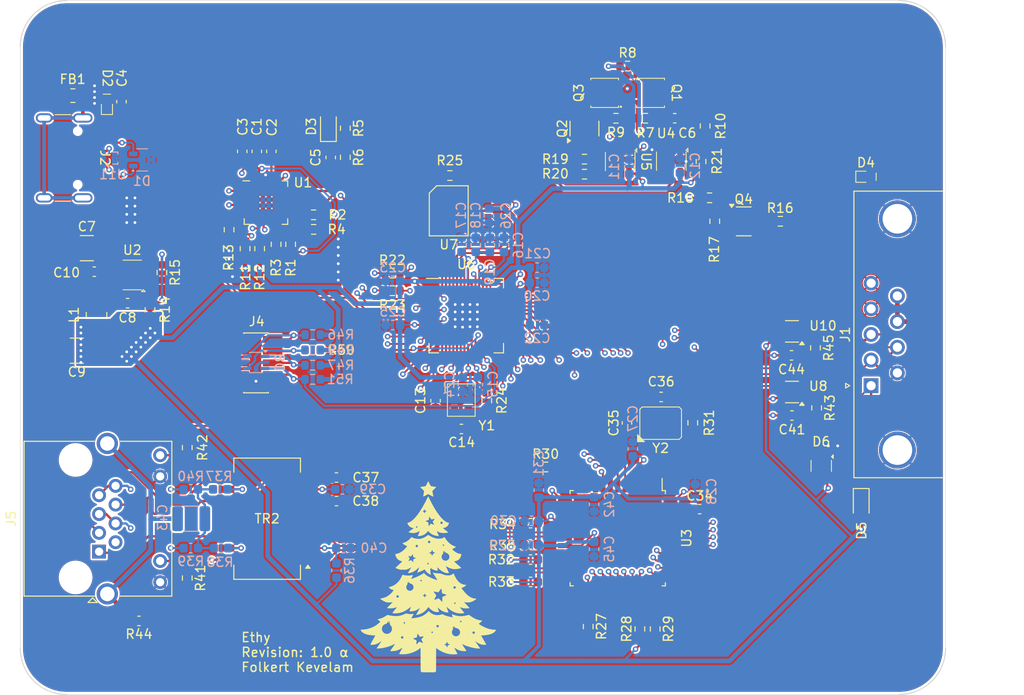
<source format=kicad_pcb>
(kicad_pcb
	(version 20241229)
	(generator "pcbnew")
	(generator_version "9.0")
	(general
		(thickness 1.6)
		(legacy_teardrops no)
	)
	(paper "A4")
	(layers
		(0 "F.Cu" signal)
		(4 "In1.Cu" signal)
		(6 "In2.Cu" signal)
		(2 "B.Cu" signal)
		(9 "F.Adhes" user "F.Adhesive")
		(11 "B.Adhes" user "B.Adhesive")
		(13 "F.Paste" user)
		(15 "B.Paste" user)
		(5 "F.SilkS" user "F.Silkscreen")
		(7 "B.SilkS" user "B.Silkscreen")
		(1 "F.Mask" user)
		(3 "B.Mask" user)
		(17 "Dwgs.User" user "User.Drawings")
		(19 "Cmts.User" user "User.Comments")
		(21 "Eco1.User" user "User.Eco1")
		(23 "Eco2.User" user "User.Eco2")
		(25 "Edge.Cuts" user)
		(27 "Margin" user)
		(31 "F.CrtYd" user "F.Courtyard")
		(29 "B.CrtYd" user "B.Courtyard")
		(35 "F.Fab" user)
		(33 "B.Fab" user)
		(39 "User.1" user)
		(41 "User.2" user)
		(43 "User.3" user)
		(45 "User.4" user)
	)
	(setup
		(stackup
			(layer "F.SilkS"
				(type "Top Silk Screen")
			)
			(layer "F.Paste"
				(type "Top Solder Paste")
			)
			(layer "F.Mask"
				(type "Top Solder Mask")
				(thickness 0.01)
			)
			(layer "F.Cu"
				(type "copper")
				(thickness 0.035)
			)
			(layer "dielectric 1"
				(type "prepreg")
				(thickness 0.1)
				(material "FR4")
				(epsilon_r 4.5)
				(loss_tangent 0.02)
			)
			(layer "In1.Cu"
				(type "copper")
				(thickness 0.035)
			)
			(layer "dielectric 2"
				(type "core")
				(thickness 1.24)
				(material "FR4")
				(epsilon_r 4.5)
				(loss_tangent 0.02)
			)
			(layer "In2.Cu"
				(type "copper")
				(thickness 0.035)
			)
			(layer "dielectric 3"
				(type "prepreg")
				(thickness 0.1)
				(material "FR4")
				(epsilon_r 4.5)
				(loss_tangent 0.02)
			)
			(layer "B.Cu"
				(type "copper")
				(thickness 0.035)
			)
			(layer "B.Mask"
				(type "Bottom Solder Mask")
				(thickness 0.01)
			)
			(layer "B.Paste"
				(type "Bottom Solder Paste")
			)
			(layer "B.SilkS"
				(type "Bottom Silk Screen")
			)
			(copper_finish "None")
			(dielectric_constraints no)
		)
		(pad_to_mask_clearance 0)
		(allow_soldermask_bridges_in_footprints no)
		(tenting front back)
		(pcbplotparams
			(layerselection 0x00000000_00000000_55555555_5755f5ff)
			(plot_on_all_layers_selection 0x00000000_00000000_00000000_00000000)
			(disableapertmacros no)
			(usegerberextensions no)
			(usegerberattributes yes)
			(usegerberadvancedattributes yes)
			(creategerberjobfile yes)
			(dashed_line_dash_ratio 12.000000)
			(dashed_line_gap_ratio 3.000000)
			(svgprecision 4)
			(plotframeref no)
			(mode 1)
			(useauxorigin no)
			(hpglpennumber 1)
			(hpglpenspeed 20)
			(hpglpendiameter 15.000000)
			(pdf_front_fp_property_popups yes)
			(pdf_back_fp_property_popups yes)
			(pdf_metadata yes)
			(pdf_single_document no)
			(dxfpolygonmode yes)
			(dxfimperialunits yes)
			(dxfusepcbnewfont yes)
			(psnegative no)
			(psa4output no)
			(plot_black_and_white yes)
			(sketchpadsonfab no)
			(plotpadnumbers no)
			(hidednponfab no)
			(sketchdnponfab yes)
			(crossoutdnponfab yes)
			(subtractmaskfromsilk no)
			(outputformat 1)
			(mirror no)
			(drillshape 0)
			(scaleselection 1)
			(outputdirectory "output/")
		)
	)
	(net 0 "")
	(net 1 "/Power/2v7")
	(net 2 "GND")
	(net 3 "Net-(U1-VREG_1V2)")
	(net 4 "Net-(U1-VDD)")
	(net 5 "/Power/Vbus")
	(net 6 "Net-(D3-K)")
	(net 7 "Net-(C6-Pad1)")
	(net 8 "+VDC")
	(net 9 "Net-(U2-CB)")
	(net 10 "Net-(U2-SW)")
	(net 11 "+3V3")
	(net 12 "Net-(U6-Xin)")
	(net 13 "Net-(C14-Pad2)")
	(net 14 "+1V1")
	(net 15 "Net-(U3-Vcap)")
	(net 16 "Net-(U3-OSC1)")
	(net 17 "Net-(C36-Pad1)")
	(net 18 "MAG_IN+")
	(net 19 "TPIN+")
	(net 20 "MAG_IN-")
	(net 21 "TPIN-")
	(net 22 "MAG_IN_Center")
	(net 23 "MAG_OUT_Center")
	(net 24 "Net-(C43-Pad2)")
	(net 25 "GNDPWR")
	(net 26 "/Power/CC2")
	(net 27 "/Power/CC1")
	(net 28 "Net-(D5-K)")
	(net 29 "DATA_LED")
	(net 30 "sense_2_proc")
	(net 31 "sense_1_proc")
	(net 32 "CLK_LED")
	(net 33 "/P3")
	(net 34 "/P4")
	(net 35 "/P2")
	(net 36 "/P1")
	(net 37 "Net-(J2-SHIELD)")
	(net 38 "Net-(U11-D+)")
	(net 39 "Net-(U11-D-)")
	(net 40 "RX+")
	(net 41 "TX-")
	(net 42 "Net-(J5-Pad10)")
	(net 43 "Net-(J5-Pad7)")
	(net 44 "Net-(J5-Pad4)")
	(net 45 "RX-")
	(net 46 "Net-(J5-Pad12)")
	(net 47 "TX+")
	(net 48 "Net-(Q1-Pad4)")
	(net 49 "Net-(Q2-G)")
	(net 50 "Net-(Q2-D)")
	(net 51 "Net-(Q4-D)")
	(net 52 "Net-(Q4-G)")
	(net 53 "Net-(U1-ADDR0)")
	(net 54 "Net-(U1-ADDR1)")
	(net 55 "Net-(U1-VBUS_VS_DISCH)")
	(net 56 "/Power/DISCH")
	(net 57 "SCL")
	(net 58 "SDA")
	(net 59 "RESET")
	(net 60 "Net-(U2-FB)")
	(net 61 "Discharge")
	(net 62 "Net-(R20-Pad2)")
	(net 63 "Net-(U1-VBUS_EN_SNK)")
	(net 64 "D-")
	(net 65 "D+")
	(net 66 "Net-(U6-Xout)")
	(net 67 "Net-(U6-QSPI_SS_N)")
	(net 68 "~{INT}")
	(net 69 "Net-(U3-PSPCFG0)")
	(net 70 "Net-(U3-Rbias)")
	(net 71 "Net-(U3-OSC2)")
	(net 72 "MAG_OUT+")
	(net 73 "MAG_OUT-")
	(net 74 "Net-(TR2-C_RX)")
	(net 75 "Net-(TR2-C_TX)")
	(net 76 "LED_B")
	(net 77 "LED_A")
	(net 78 "Net-(U6-SWCLK)")
	(net 79 "unconnected-(U1-POWER_OK3-Pad14)")
	(net 80 "unconnected-(U1-A_B_SIDE-Pad17)")
	(net 81 "unconnected-(U1-POWER_OK2-Pad20)")
	(net 82 "ALERT")
	(net 83 "unconnected-(U1-NC-Pad3)")
	(net 84 "unconnected-(U1-Attach-Pad11)")
	(net 85 "unconnected-(U1-GPIO-Pad15)")
	(net 86 "Net-(U3-AD3)")
	(net 87 "Net-(U3-AD12)")
	(net 88 "Net-(U3-AD14)")
	(net 89 "Net-(U3-AD10)")
	(net 90 "Net-(U3-AD5)")
	(net 91 "Net-(U3-AD9)")
	(net 92 "Net-(U3-AD4)")
	(net 93 "unconnected-(U3-CLKOUT-Pad23)")
	(net 94 "Net-(U3-AD2)")
	(net 95 "Net-(U3-AD11)")
	(net 96 "Net-(U3-AD8)")
	(net 97 "Net-(U3-AD13)")
	(net 98 "Net-(U3-AD1)")
	(net 99 "Net-(U3-AD0)")
	(net 100 "Net-(U3-AD6)")
	(net 101 "Net-(U3-AD7)")
	(net 102 "Net-(U4-Pad4)")
	(net 103 "Enable")
	(net 104 "Net-(U6-QSPI_SD2)")
	(net 105 "Net-(U6-QSPI_SD1)")
	(net 106 "MEAS_1")
	(net 107 "MEAS_2")
	(net 108 "Net-(U6-QSPI_SD3)")
	(net 109 "Net-(U6-QSPI_SCLK)")
	(net 110 "Net-(U6-QSPI_SD0)")
	(net 111 "Net-(U3-SI{slash}RD{slash}R~{W})")
	(net 112 "Net-(U3-~{CS}{slash}CS)")
	(net 113 "Net-(U3-SO{slash}WR{slash}EN)")
	(net 114 "Net-(U3-SCK{slash}AL)")
	(footprint "Resistor_SMD:R_0603_1608Metric" (layer "F.Cu") (at 114.5662 87.7702 -90))
	(footprint "Capacitor_SMD:C_0603_1608Metric" (layer "F.Cu") (at 161.2632 105.8422 180))
	(footprint "Resistor_SMD:R_0603_1608Metric" (layer "F.Cu") (at 116.2934 89.8144 90))
	(footprint "Capacitor_SMD:C_1210_3225Metric" (layer "F.Cu") (at 98.1072 100.8384 180))
	(footprint "Capacitor_SMD:C_0603_1608Metric" (layer "F.Cu") (at 147.1538 123.4186 180))
	(footprint "Pyllr_Package_DFN_QFN:QFN-56_1EP_7.75x7.75mm_P0.4mm_3.2x3.2mm" (layer "F.Cu") (at 140.2 97.0549))
	(footprint "Resistor_SMD:R_0603_1608Metric" (layer "F.Cu") (at 127.127 79.946 -90))
	(footprint "Capacitor_SMD:C_0603_1608Metric" (layer "F.Cu") (at 139.6728 109.3035))
	(footprint "Capacitor_SMD:C_0603_1608Metric" (layer "F.Cu") (at 136.8788 106.2425 90))
	(footprint "Capacitor_SMD:C_0603_1608Metric" (layer "F.Cu") (at 126.173 114.5544 180))
	(footprint "Resistor_SMD:R_0603_1608Metric" (layer "F.Cu") (at 167.0551 86.8616 -90))
	(footprint "Pyllr_Package_Crystal:CFPX-180" (layer "F.Cu") (at 161.2072 108.6752))
	(footprint "Resistor_SMD:R_0603_1608Metric" (layer "F.Cu") (at 156.3776 75.722))
	(footprint "Resistor_SMD:R_0603_1608Metric" (layer "F.Cu") (at 157.6354 70.0832))
	(footprint "Connector_Dsub:DSUB-9_Pins_Horizontal_P2.77x2.84mm_EdgePinOffset4.94mm_Housed_MountingHolesOffset4.94mm" (layer "F.Cu") (at 183.9528 104.624388 90))
	(footprint "Pyllr_Package_SO:SOIC-8_5.28x5.28mm_P1.27mm" (layer "F.Cu") (at 138.303 85.725))
	(footprint "Capacitor_SMD:C_0603_1608Metric" (layer "F.Cu") (at 117.5634 79.2988 90))
	(footprint "Package_TO_SOT_SMD:SOT-353_SC-70-5" (layer "F.Cu") (at 175.3994 105.3084 180))
	(footprint "Resistor_SMD:R_0603_1608Metric" (layer "F.Cu") (at 106.0196 96.4306 90))
	(footprint "Capacitor_SMD:C_0603_1608Metric" (layer "F.Cu") (at 147.1538 125.8316))
	(footprint "Capacitor_SMD:C_0603_1608Metric" (layer "F.Cu") (at 147.1408 119.4816 180))
	(footprint "Capacitor_SMD:C_0603_1608Metric" (layer "F.Cu") (at 175.3994 107.8484))
	(footprint "Capacitor_SMD:C_0603_1608Metric" (layer "F.Cu") (at 157.5672 108.6492 90))
	(footprint "Package_TO_SOT_SMD:SOT-353_SC-70-5" (layer "F.Cu") (at 175.3994 98.7552 180))
	(footprint "Resistor_SMD:R_0603_1608Metric" (layer "F.Cu") (at 166.4963 84.3216 180))
	(footprint "Resistor_SMD:R_0603_1608Metric" (layer "F.Cu") (at 117.8682 89.8144 90))
	(footprint "Capacitor_SMD:C_0603_1608Metric" (layer "F.Cu") (at 115.9886 79.2988 90))
	(footprint "Resistor_SMD:R_0603_1608Metric" (layer "F.Cu") (at 165.5724 80.3956 90))
	(footprint "Diode_SMD:D_SOD-323" (layer "F.Cu") (at 125.2982 76.6222 90))
	(footprint "Capacitor_SMD:C_0603_1608Metric" (layer "F.Cu") (at 125.5522 79.9582 -90))
	(footprint "Capacitor_SMD:C_0603_1608Metric" (layer "F.Cu") (at 162.7284 75.722))
	(footprint "Capacitor_SMD:C_0603_1608Metric" (layer "F.Cu") (at 103.5954 95.7076 180))
	(footprint "Resistor_SMD:R_0603_1608Metric" (layer "F.Cu") (at 158.9648 130.9116 90))
	(footprint "Pyllr_Package_TO_SOT_SMD:SOT23-5_2.6W" (layer "F.Cu") (at 156.8348 80.3956 -90))
	(footprint "Package_TO_SOT_SMD:SOT-23-3" (layer "F.Cu") (at 170.1855 86.868))
	(footprint "Resistor_SMD:R_0805_2012Metric" (layer "F.Cu") (at 97.6865 73.279 180))
	(footprint "Resistor_SMD:R_0603_1608Metric" (layer "F.Cu") (at 160.6158 130.9116 -90))
	(footprint "Pyllr_Package_SON:PowerDI3333-8-UX" (layer "F.Cu") (at 155.1584 72.9788 90))
	(footprint "Resistor_SMD:R_0603_1608Metric" (layer "F.Cu") (at 148.781 113.411 180))
	(footprint "Resistor_SMD:R_0603_1608Metric"
		(layer "F.Cu")
		(uuid "672e0f4f-726f-4e8a-8f4c-132e80e464ba")
		(at 132.207 92.456)
		(descr "Resistor SMD 0603 (1608 Metric), square (rectangular) end terminal, IPC-7351 nominal, (Body size source: IPC-SM-782 page 72, https://www.pcb-3d.com/wordpress/wp-content/uploads/ipc-sm-782a_amendment_1_and_2.pdf), generated with kicad-footprint-generator")
		(tags "resistor")
		(property "Reference" "R22"
			(at 0 -1.397 0)
			(layer "F.SilkS")
			(uuid "e00ccd60-e646-401d-bfb2-28230593d61f")
			(effects
				(font
					(size 1 1)
					(thickness 0.15)
				)
			)
		)
		(property "Value" "27R4"
			(at 0 1.43 0)
			(layer "F.Fab")
			(uuid "17d882f9-6d54-4c82-be24-b56f4bb33475")
			(effects
				(font
					(size 1 1)
					(thickness 0.15)
				)
			)
		)
		(property "Datasheet" ""
			(at 0 0 0)
			(layer "F.Fab")
			
... [2113188 chars truncated]
</source>
